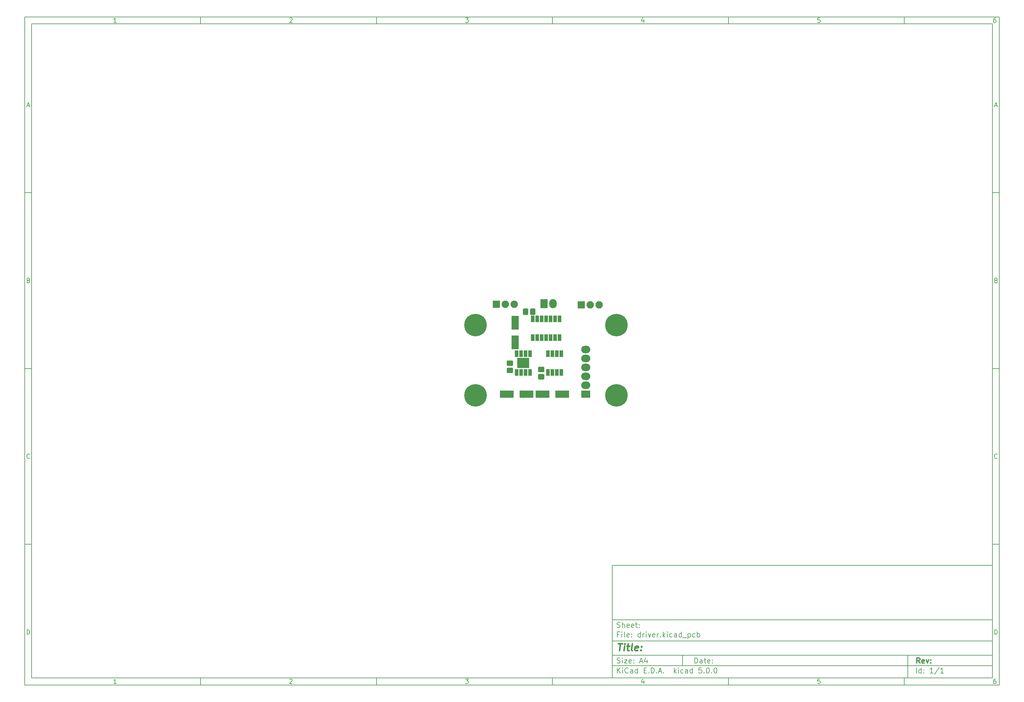
<source format=gts>
G04 #@! TF.GenerationSoftware,KiCad,Pcbnew,5.0.0*
G04 #@! TF.CreationDate,2018-10-21T13:37:26+10:00*
G04 #@! TF.ProjectId,driver,6472697665722E6B696361645F706362,rev?*
G04 #@! TF.SameCoordinates,Original*
G04 #@! TF.FileFunction,Soldermask,Top*
G04 #@! TF.FilePolarity,Negative*
%FSLAX46Y46*%
G04 Gerber Fmt 4.6, Leading zero omitted, Abs format (unit mm)*
G04 Created by KiCad (PCBNEW 5.0.0) date Sun Oct 21 13:37:26 2018*
%MOMM*%
%LPD*%
G01*
G04 APERTURE LIST*
%ADD10C,0.100000*%
%ADD11C,0.150000*%
%ADD12C,0.300000*%
%ADD13C,0.400000*%
%ADD14C,1.550000*%
%ADD15R,1.000000X1.900000*%
%ADD16O,2.100000X2.100000*%
%ADD17R,2.100000X2.100000*%
%ADD18C,1.200000*%
%ADD19C,6.400000*%
%ADD20R,1.000000X1.950000*%
%ADD21R,2.140000X2.600000*%
%ADD22O,2.140000X2.600000*%
%ADD23R,3.900000X2.000000*%
%ADD24R,2.000000X3.900000*%
%ADD25R,2.600000X2.140000*%
%ADD26O,2.600000X2.140000*%
%ADD27R,3.500000X3.000000*%
G04 APERTURE END LIST*
D10*
D11*
X177002200Y-166007200D02*
X177002200Y-198007200D01*
X285002200Y-198007200D01*
X285002200Y-166007200D01*
X177002200Y-166007200D01*
D10*
D11*
X10000000Y-10000000D02*
X10000000Y-200007200D01*
X287002200Y-200007200D01*
X287002200Y-10000000D01*
X10000000Y-10000000D01*
D10*
D11*
X12000000Y-12000000D02*
X12000000Y-198007200D01*
X285002200Y-198007200D01*
X285002200Y-12000000D01*
X12000000Y-12000000D01*
D10*
D11*
X60000000Y-12000000D02*
X60000000Y-10000000D01*
D10*
D11*
X110000000Y-12000000D02*
X110000000Y-10000000D01*
D10*
D11*
X160000000Y-12000000D02*
X160000000Y-10000000D01*
D10*
D11*
X210000000Y-12000000D02*
X210000000Y-10000000D01*
D10*
D11*
X260000000Y-12000000D02*
X260000000Y-10000000D01*
D10*
D11*
X36065476Y-11588095D02*
X35322619Y-11588095D01*
X35694047Y-11588095D02*
X35694047Y-10288095D01*
X35570238Y-10473809D01*
X35446428Y-10597619D01*
X35322619Y-10659523D01*
D10*
D11*
X85322619Y-10411904D02*
X85384523Y-10350000D01*
X85508333Y-10288095D01*
X85817857Y-10288095D01*
X85941666Y-10350000D01*
X86003571Y-10411904D01*
X86065476Y-10535714D01*
X86065476Y-10659523D01*
X86003571Y-10845238D01*
X85260714Y-11588095D01*
X86065476Y-11588095D01*
D10*
D11*
X135260714Y-10288095D02*
X136065476Y-10288095D01*
X135632142Y-10783333D01*
X135817857Y-10783333D01*
X135941666Y-10845238D01*
X136003571Y-10907142D01*
X136065476Y-11030952D01*
X136065476Y-11340476D01*
X136003571Y-11464285D01*
X135941666Y-11526190D01*
X135817857Y-11588095D01*
X135446428Y-11588095D01*
X135322619Y-11526190D01*
X135260714Y-11464285D01*
D10*
D11*
X185941666Y-10721428D02*
X185941666Y-11588095D01*
X185632142Y-10226190D02*
X185322619Y-11154761D01*
X186127380Y-11154761D01*
D10*
D11*
X236003571Y-10288095D02*
X235384523Y-10288095D01*
X235322619Y-10907142D01*
X235384523Y-10845238D01*
X235508333Y-10783333D01*
X235817857Y-10783333D01*
X235941666Y-10845238D01*
X236003571Y-10907142D01*
X236065476Y-11030952D01*
X236065476Y-11340476D01*
X236003571Y-11464285D01*
X235941666Y-11526190D01*
X235817857Y-11588095D01*
X235508333Y-11588095D01*
X235384523Y-11526190D01*
X235322619Y-11464285D01*
D10*
D11*
X285941666Y-10288095D02*
X285694047Y-10288095D01*
X285570238Y-10350000D01*
X285508333Y-10411904D01*
X285384523Y-10597619D01*
X285322619Y-10845238D01*
X285322619Y-11340476D01*
X285384523Y-11464285D01*
X285446428Y-11526190D01*
X285570238Y-11588095D01*
X285817857Y-11588095D01*
X285941666Y-11526190D01*
X286003571Y-11464285D01*
X286065476Y-11340476D01*
X286065476Y-11030952D01*
X286003571Y-10907142D01*
X285941666Y-10845238D01*
X285817857Y-10783333D01*
X285570238Y-10783333D01*
X285446428Y-10845238D01*
X285384523Y-10907142D01*
X285322619Y-11030952D01*
D10*
D11*
X60000000Y-198007200D02*
X60000000Y-200007200D01*
D10*
D11*
X110000000Y-198007200D02*
X110000000Y-200007200D01*
D10*
D11*
X160000000Y-198007200D02*
X160000000Y-200007200D01*
D10*
D11*
X210000000Y-198007200D02*
X210000000Y-200007200D01*
D10*
D11*
X260000000Y-198007200D02*
X260000000Y-200007200D01*
D10*
D11*
X36065476Y-199595295D02*
X35322619Y-199595295D01*
X35694047Y-199595295D02*
X35694047Y-198295295D01*
X35570238Y-198481009D01*
X35446428Y-198604819D01*
X35322619Y-198666723D01*
D10*
D11*
X85322619Y-198419104D02*
X85384523Y-198357200D01*
X85508333Y-198295295D01*
X85817857Y-198295295D01*
X85941666Y-198357200D01*
X86003571Y-198419104D01*
X86065476Y-198542914D01*
X86065476Y-198666723D01*
X86003571Y-198852438D01*
X85260714Y-199595295D01*
X86065476Y-199595295D01*
D10*
D11*
X135260714Y-198295295D02*
X136065476Y-198295295D01*
X135632142Y-198790533D01*
X135817857Y-198790533D01*
X135941666Y-198852438D01*
X136003571Y-198914342D01*
X136065476Y-199038152D01*
X136065476Y-199347676D01*
X136003571Y-199471485D01*
X135941666Y-199533390D01*
X135817857Y-199595295D01*
X135446428Y-199595295D01*
X135322619Y-199533390D01*
X135260714Y-199471485D01*
D10*
D11*
X185941666Y-198728628D02*
X185941666Y-199595295D01*
X185632142Y-198233390D02*
X185322619Y-199161961D01*
X186127380Y-199161961D01*
D10*
D11*
X236003571Y-198295295D02*
X235384523Y-198295295D01*
X235322619Y-198914342D01*
X235384523Y-198852438D01*
X235508333Y-198790533D01*
X235817857Y-198790533D01*
X235941666Y-198852438D01*
X236003571Y-198914342D01*
X236065476Y-199038152D01*
X236065476Y-199347676D01*
X236003571Y-199471485D01*
X235941666Y-199533390D01*
X235817857Y-199595295D01*
X235508333Y-199595295D01*
X235384523Y-199533390D01*
X235322619Y-199471485D01*
D10*
D11*
X285941666Y-198295295D02*
X285694047Y-198295295D01*
X285570238Y-198357200D01*
X285508333Y-198419104D01*
X285384523Y-198604819D01*
X285322619Y-198852438D01*
X285322619Y-199347676D01*
X285384523Y-199471485D01*
X285446428Y-199533390D01*
X285570238Y-199595295D01*
X285817857Y-199595295D01*
X285941666Y-199533390D01*
X286003571Y-199471485D01*
X286065476Y-199347676D01*
X286065476Y-199038152D01*
X286003571Y-198914342D01*
X285941666Y-198852438D01*
X285817857Y-198790533D01*
X285570238Y-198790533D01*
X285446428Y-198852438D01*
X285384523Y-198914342D01*
X285322619Y-199038152D01*
D10*
D11*
X10000000Y-60000000D02*
X12000000Y-60000000D01*
D10*
D11*
X10000000Y-110000000D02*
X12000000Y-110000000D01*
D10*
D11*
X10000000Y-160000000D02*
X12000000Y-160000000D01*
D10*
D11*
X10690476Y-35216666D02*
X11309523Y-35216666D01*
X10566666Y-35588095D02*
X11000000Y-34288095D01*
X11433333Y-35588095D01*
D10*
D11*
X11092857Y-84907142D02*
X11278571Y-84969047D01*
X11340476Y-85030952D01*
X11402380Y-85154761D01*
X11402380Y-85340476D01*
X11340476Y-85464285D01*
X11278571Y-85526190D01*
X11154761Y-85588095D01*
X10659523Y-85588095D01*
X10659523Y-84288095D01*
X11092857Y-84288095D01*
X11216666Y-84350000D01*
X11278571Y-84411904D01*
X11340476Y-84535714D01*
X11340476Y-84659523D01*
X11278571Y-84783333D01*
X11216666Y-84845238D01*
X11092857Y-84907142D01*
X10659523Y-84907142D01*
D10*
D11*
X11402380Y-135464285D02*
X11340476Y-135526190D01*
X11154761Y-135588095D01*
X11030952Y-135588095D01*
X10845238Y-135526190D01*
X10721428Y-135402380D01*
X10659523Y-135278571D01*
X10597619Y-135030952D01*
X10597619Y-134845238D01*
X10659523Y-134597619D01*
X10721428Y-134473809D01*
X10845238Y-134350000D01*
X11030952Y-134288095D01*
X11154761Y-134288095D01*
X11340476Y-134350000D01*
X11402380Y-134411904D01*
D10*
D11*
X10659523Y-185588095D02*
X10659523Y-184288095D01*
X10969047Y-184288095D01*
X11154761Y-184350000D01*
X11278571Y-184473809D01*
X11340476Y-184597619D01*
X11402380Y-184845238D01*
X11402380Y-185030952D01*
X11340476Y-185278571D01*
X11278571Y-185402380D01*
X11154761Y-185526190D01*
X10969047Y-185588095D01*
X10659523Y-185588095D01*
D10*
D11*
X287002200Y-60000000D02*
X285002200Y-60000000D01*
D10*
D11*
X287002200Y-110000000D02*
X285002200Y-110000000D01*
D10*
D11*
X287002200Y-160000000D02*
X285002200Y-160000000D01*
D10*
D11*
X285692676Y-35216666D02*
X286311723Y-35216666D01*
X285568866Y-35588095D02*
X286002200Y-34288095D01*
X286435533Y-35588095D01*
D10*
D11*
X286095057Y-84907142D02*
X286280771Y-84969047D01*
X286342676Y-85030952D01*
X286404580Y-85154761D01*
X286404580Y-85340476D01*
X286342676Y-85464285D01*
X286280771Y-85526190D01*
X286156961Y-85588095D01*
X285661723Y-85588095D01*
X285661723Y-84288095D01*
X286095057Y-84288095D01*
X286218866Y-84350000D01*
X286280771Y-84411904D01*
X286342676Y-84535714D01*
X286342676Y-84659523D01*
X286280771Y-84783333D01*
X286218866Y-84845238D01*
X286095057Y-84907142D01*
X285661723Y-84907142D01*
D10*
D11*
X286404580Y-135464285D02*
X286342676Y-135526190D01*
X286156961Y-135588095D01*
X286033152Y-135588095D01*
X285847438Y-135526190D01*
X285723628Y-135402380D01*
X285661723Y-135278571D01*
X285599819Y-135030952D01*
X285599819Y-134845238D01*
X285661723Y-134597619D01*
X285723628Y-134473809D01*
X285847438Y-134350000D01*
X286033152Y-134288095D01*
X286156961Y-134288095D01*
X286342676Y-134350000D01*
X286404580Y-134411904D01*
D10*
D11*
X285661723Y-185588095D02*
X285661723Y-184288095D01*
X285971247Y-184288095D01*
X286156961Y-184350000D01*
X286280771Y-184473809D01*
X286342676Y-184597619D01*
X286404580Y-184845238D01*
X286404580Y-185030952D01*
X286342676Y-185278571D01*
X286280771Y-185402380D01*
X286156961Y-185526190D01*
X285971247Y-185588095D01*
X285661723Y-185588095D01*
D10*
D11*
X200434342Y-193785771D02*
X200434342Y-192285771D01*
X200791485Y-192285771D01*
X201005771Y-192357200D01*
X201148628Y-192500057D01*
X201220057Y-192642914D01*
X201291485Y-192928628D01*
X201291485Y-193142914D01*
X201220057Y-193428628D01*
X201148628Y-193571485D01*
X201005771Y-193714342D01*
X200791485Y-193785771D01*
X200434342Y-193785771D01*
X202577200Y-193785771D02*
X202577200Y-193000057D01*
X202505771Y-192857200D01*
X202362914Y-192785771D01*
X202077200Y-192785771D01*
X201934342Y-192857200D01*
X202577200Y-193714342D02*
X202434342Y-193785771D01*
X202077200Y-193785771D01*
X201934342Y-193714342D01*
X201862914Y-193571485D01*
X201862914Y-193428628D01*
X201934342Y-193285771D01*
X202077200Y-193214342D01*
X202434342Y-193214342D01*
X202577200Y-193142914D01*
X203077200Y-192785771D02*
X203648628Y-192785771D01*
X203291485Y-192285771D02*
X203291485Y-193571485D01*
X203362914Y-193714342D01*
X203505771Y-193785771D01*
X203648628Y-193785771D01*
X204720057Y-193714342D02*
X204577200Y-193785771D01*
X204291485Y-193785771D01*
X204148628Y-193714342D01*
X204077200Y-193571485D01*
X204077200Y-193000057D01*
X204148628Y-192857200D01*
X204291485Y-192785771D01*
X204577200Y-192785771D01*
X204720057Y-192857200D01*
X204791485Y-193000057D01*
X204791485Y-193142914D01*
X204077200Y-193285771D01*
X205434342Y-193642914D02*
X205505771Y-193714342D01*
X205434342Y-193785771D01*
X205362914Y-193714342D01*
X205434342Y-193642914D01*
X205434342Y-193785771D01*
X205434342Y-192857200D02*
X205505771Y-192928628D01*
X205434342Y-193000057D01*
X205362914Y-192928628D01*
X205434342Y-192857200D01*
X205434342Y-193000057D01*
D10*
D11*
X177002200Y-194507200D02*
X285002200Y-194507200D01*
D10*
D11*
X178434342Y-196585771D02*
X178434342Y-195085771D01*
X179291485Y-196585771D02*
X178648628Y-195728628D01*
X179291485Y-195085771D02*
X178434342Y-195942914D01*
X179934342Y-196585771D02*
X179934342Y-195585771D01*
X179934342Y-195085771D02*
X179862914Y-195157200D01*
X179934342Y-195228628D01*
X180005771Y-195157200D01*
X179934342Y-195085771D01*
X179934342Y-195228628D01*
X181505771Y-196442914D02*
X181434342Y-196514342D01*
X181220057Y-196585771D01*
X181077200Y-196585771D01*
X180862914Y-196514342D01*
X180720057Y-196371485D01*
X180648628Y-196228628D01*
X180577200Y-195942914D01*
X180577200Y-195728628D01*
X180648628Y-195442914D01*
X180720057Y-195300057D01*
X180862914Y-195157200D01*
X181077200Y-195085771D01*
X181220057Y-195085771D01*
X181434342Y-195157200D01*
X181505771Y-195228628D01*
X182791485Y-196585771D02*
X182791485Y-195800057D01*
X182720057Y-195657200D01*
X182577200Y-195585771D01*
X182291485Y-195585771D01*
X182148628Y-195657200D01*
X182791485Y-196514342D02*
X182648628Y-196585771D01*
X182291485Y-196585771D01*
X182148628Y-196514342D01*
X182077200Y-196371485D01*
X182077200Y-196228628D01*
X182148628Y-196085771D01*
X182291485Y-196014342D01*
X182648628Y-196014342D01*
X182791485Y-195942914D01*
X184148628Y-196585771D02*
X184148628Y-195085771D01*
X184148628Y-196514342D02*
X184005771Y-196585771D01*
X183720057Y-196585771D01*
X183577200Y-196514342D01*
X183505771Y-196442914D01*
X183434342Y-196300057D01*
X183434342Y-195871485D01*
X183505771Y-195728628D01*
X183577200Y-195657200D01*
X183720057Y-195585771D01*
X184005771Y-195585771D01*
X184148628Y-195657200D01*
X186005771Y-195800057D02*
X186505771Y-195800057D01*
X186720057Y-196585771D02*
X186005771Y-196585771D01*
X186005771Y-195085771D01*
X186720057Y-195085771D01*
X187362914Y-196442914D02*
X187434342Y-196514342D01*
X187362914Y-196585771D01*
X187291485Y-196514342D01*
X187362914Y-196442914D01*
X187362914Y-196585771D01*
X188077200Y-196585771D02*
X188077200Y-195085771D01*
X188434342Y-195085771D01*
X188648628Y-195157200D01*
X188791485Y-195300057D01*
X188862914Y-195442914D01*
X188934342Y-195728628D01*
X188934342Y-195942914D01*
X188862914Y-196228628D01*
X188791485Y-196371485D01*
X188648628Y-196514342D01*
X188434342Y-196585771D01*
X188077200Y-196585771D01*
X189577200Y-196442914D02*
X189648628Y-196514342D01*
X189577200Y-196585771D01*
X189505771Y-196514342D01*
X189577200Y-196442914D01*
X189577200Y-196585771D01*
X190220057Y-196157200D02*
X190934342Y-196157200D01*
X190077200Y-196585771D02*
X190577200Y-195085771D01*
X191077200Y-196585771D01*
X191577200Y-196442914D02*
X191648628Y-196514342D01*
X191577200Y-196585771D01*
X191505771Y-196514342D01*
X191577200Y-196442914D01*
X191577200Y-196585771D01*
X194577200Y-196585771D02*
X194577200Y-195085771D01*
X194720057Y-196014342D02*
X195148628Y-196585771D01*
X195148628Y-195585771D02*
X194577200Y-196157200D01*
X195791485Y-196585771D02*
X195791485Y-195585771D01*
X195791485Y-195085771D02*
X195720057Y-195157200D01*
X195791485Y-195228628D01*
X195862914Y-195157200D01*
X195791485Y-195085771D01*
X195791485Y-195228628D01*
X197148628Y-196514342D02*
X197005771Y-196585771D01*
X196720057Y-196585771D01*
X196577200Y-196514342D01*
X196505771Y-196442914D01*
X196434342Y-196300057D01*
X196434342Y-195871485D01*
X196505771Y-195728628D01*
X196577200Y-195657200D01*
X196720057Y-195585771D01*
X197005771Y-195585771D01*
X197148628Y-195657200D01*
X198434342Y-196585771D02*
X198434342Y-195800057D01*
X198362914Y-195657200D01*
X198220057Y-195585771D01*
X197934342Y-195585771D01*
X197791485Y-195657200D01*
X198434342Y-196514342D02*
X198291485Y-196585771D01*
X197934342Y-196585771D01*
X197791485Y-196514342D01*
X197720057Y-196371485D01*
X197720057Y-196228628D01*
X197791485Y-196085771D01*
X197934342Y-196014342D01*
X198291485Y-196014342D01*
X198434342Y-195942914D01*
X199791485Y-196585771D02*
X199791485Y-195085771D01*
X199791485Y-196514342D02*
X199648628Y-196585771D01*
X199362914Y-196585771D01*
X199220057Y-196514342D01*
X199148628Y-196442914D01*
X199077200Y-196300057D01*
X199077200Y-195871485D01*
X199148628Y-195728628D01*
X199220057Y-195657200D01*
X199362914Y-195585771D01*
X199648628Y-195585771D01*
X199791485Y-195657200D01*
X202362914Y-195085771D02*
X201648628Y-195085771D01*
X201577200Y-195800057D01*
X201648628Y-195728628D01*
X201791485Y-195657200D01*
X202148628Y-195657200D01*
X202291485Y-195728628D01*
X202362914Y-195800057D01*
X202434342Y-195942914D01*
X202434342Y-196300057D01*
X202362914Y-196442914D01*
X202291485Y-196514342D01*
X202148628Y-196585771D01*
X201791485Y-196585771D01*
X201648628Y-196514342D01*
X201577200Y-196442914D01*
X203077200Y-196442914D02*
X203148628Y-196514342D01*
X203077200Y-196585771D01*
X203005771Y-196514342D01*
X203077200Y-196442914D01*
X203077200Y-196585771D01*
X204077200Y-195085771D02*
X204220057Y-195085771D01*
X204362914Y-195157200D01*
X204434342Y-195228628D01*
X204505771Y-195371485D01*
X204577200Y-195657200D01*
X204577200Y-196014342D01*
X204505771Y-196300057D01*
X204434342Y-196442914D01*
X204362914Y-196514342D01*
X204220057Y-196585771D01*
X204077200Y-196585771D01*
X203934342Y-196514342D01*
X203862914Y-196442914D01*
X203791485Y-196300057D01*
X203720057Y-196014342D01*
X203720057Y-195657200D01*
X203791485Y-195371485D01*
X203862914Y-195228628D01*
X203934342Y-195157200D01*
X204077200Y-195085771D01*
X205220057Y-196442914D02*
X205291485Y-196514342D01*
X205220057Y-196585771D01*
X205148628Y-196514342D01*
X205220057Y-196442914D01*
X205220057Y-196585771D01*
X206220057Y-195085771D02*
X206362914Y-195085771D01*
X206505771Y-195157200D01*
X206577200Y-195228628D01*
X206648628Y-195371485D01*
X206720057Y-195657200D01*
X206720057Y-196014342D01*
X206648628Y-196300057D01*
X206577200Y-196442914D01*
X206505771Y-196514342D01*
X206362914Y-196585771D01*
X206220057Y-196585771D01*
X206077200Y-196514342D01*
X206005771Y-196442914D01*
X205934342Y-196300057D01*
X205862914Y-196014342D01*
X205862914Y-195657200D01*
X205934342Y-195371485D01*
X206005771Y-195228628D01*
X206077200Y-195157200D01*
X206220057Y-195085771D01*
D10*
D11*
X177002200Y-191507200D02*
X285002200Y-191507200D01*
D10*
D12*
X264411485Y-193785771D02*
X263911485Y-193071485D01*
X263554342Y-193785771D02*
X263554342Y-192285771D01*
X264125771Y-192285771D01*
X264268628Y-192357200D01*
X264340057Y-192428628D01*
X264411485Y-192571485D01*
X264411485Y-192785771D01*
X264340057Y-192928628D01*
X264268628Y-193000057D01*
X264125771Y-193071485D01*
X263554342Y-193071485D01*
X265625771Y-193714342D02*
X265482914Y-193785771D01*
X265197200Y-193785771D01*
X265054342Y-193714342D01*
X264982914Y-193571485D01*
X264982914Y-193000057D01*
X265054342Y-192857200D01*
X265197200Y-192785771D01*
X265482914Y-192785771D01*
X265625771Y-192857200D01*
X265697200Y-193000057D01*
X265697200Y-193142914D01*
X264982914Y-193285771D01*
X266197200Y-192785771D02*
X266554342Y-193785771D01*
X266911485Y-192785771D01*
X267482914Y-193642914D02*
X267554342Y-193714342D01*
X267482914Y-193785771D01*
X267411485Y-193714342D01*
X267482914Y-193642914D01*
X267482914Y-193785771D01*
X267482914Y-192857200D02*
X267554342Y-192928628D01*
X267482914Y-193000057D01*
X267411485Y-192928628D01*
X267482914Y-192857200D01*
X267482914Y-193000057D01*
D10*
D11*
X178362914Y-193714342D02*
X178577200Y-193785771D01*
X178934342Y-193785771D01*
X179077200Y-193714342D01*
X179148628Y-193642914D01*
X179220057Y-193500057D01*
X179220057Y-193357200D01*
X179148628Y-193214342D01*
X179077200Y-193142914D01*
X178934342Y-193071485D01*
X178648628Y-193000057D01*
X178505771Y-192928628D01*
X178434342Y-192857200D01*
X178362914Y-192714342D01*
X178362914Y-192571485D01*
X178434342Y-192428628D01*
X178505771Y-192357200D01*
X178648628Y-192285771D01*
X179005771Y-192285771D01*
X179220057Y-192357200D01*
X179862914Y-193785771D02*
X179862914Y-192785771D01*
X179862914Y-192285771D02*
X179791485Y-192357200D01*
X179862914Y-192428628D01*
X179934342Y-192357200D01*
X179862914Y-192285771D01*
X179862914Y-192428628D01*
X180434342Y-192785771D02*
X181220057Y-192785771D01*
X180434342Y-193785771D01*
X181220057Y-193785771D01*
X182362914Y-193714342D02*
X182220057Y-193785771D01*
X181934342Y-193785771D01*
X181791485Y-193714342D01*
X181720057Y-193571485D01*
X181720057Y-193000057D01*
X181791485Y-192857200D01*
X181934342Y-192785771D01*
X182220057Y-192785771D01*
X182362914Y-192857200D01*
X182434342Y-193000057D01*
X182434342Y-193142914D01*
X181720057Y-193285771D01*
X183077200Y-193642914D02*
X183148628Y-193714342D01*
X183077200Y-193785771D01*
X183005771Y-193714342D01*
X183077200Y-193642914D01*
X183077200Y-193785771D01*
X183077200Y-192857200D02*
X183148628Y-192928628D01*
X183077200Y-193000057D01*
X183005771Y-192928628D01*
X183077200Y-192857200D01*
X183077200Y-193000057D01*
X184862914Y-193357200D02*
X185577200Y-193357200D01*
X184720057Y-193785771D02*
X185220057Y-192285771D01*
X185720057Y-193785771D01*
X186862914Y-192785771D02*
X186862914Y-193785771D01*
X186505771Y-192214342D02*
X186148628Y-193285771D01*
X187077200Y-193285771D01*
D10*
D11*
X263434342Y-196585771D02*
X263434342Y-195085771D01*
X264791485Y-196585771D02*
X264791485Y-195085771D01*
X264791485Y-196514342D02*
X264648628Y-196585771D01*
X264362914Y-196585771D01*
X264220057Y-196514342D01*
X264148628Y-196442914D01*
X264077200Y-196300057D01*
X264077200Y-195871485D01*
X264148628Y-195728628D01*
X264220057Y-195657200D01*
X264362914Y-195585771D01*
X264648628Y-195585771D01*
X264791485Y-195657200D01*
X265505771Y-196442914D02*
X265577200Y-196514342D01*
X265505771Y-196585771D01*
X265434342Y-196514342D01*
X265505771Y-196442914D01*
X265505771Y-196585771D01*
X265505771Y-195657200D02*
X265577200Y-195728628D01*
X265505771Y-195800057D01*
X265434342Y-195728628D01*
X265505771Y-195657200D01*
X265505771Y-195800057D01*
X268148628Y-196585771D02*
X267291485Y-196585771D01*
X267720057Y-196585771D02*
X267720057Y-195085771D01*
X267577200Y-195300057D01*
X267434342Y-195442914D01*
X267291485Y-195514342D01*
X269862914Y-195014342D02*
X268577200Y-196942914D01*
X271148628Y-196585771D02*
X270291485Y-196585771D01*
X270720057Y-196585771D02*
X270720057Y-195085771D01*
X270577200Y-195300057D01*
X270434342Y-195442914D01*
X270291485Y-195514342D01*
D10*
D11*
X177002200Y-187507200D02*
X285002200Y-187507200D01*
D10*
D13*
X178714580Y-188211961D02*
X179857438Y-188211961D01*
X179036009Y-190211961D02*
X179286009Y-188211961D01*
X180274104Y-190211961D02*
X180440771Y-188878628D01*
X180524104Y-188211961D02*
X180416961Y-188307200D01*
X180500295Y-188402438D01*
X180607438Y-188307200D01*
X180524104Y-188211961D01*
X180500295Y-188402438D01*
X181107438Y-188878628D02*
X181869342Y-188878628D01*
X181476485Y-188211961D02*
X181262200Y-189926247D01*
X181333628Y-190116723D01*
X181512200Y-190211961D01*
X181702676Y-190211961D01*
X182655057Y-190211961D02*
X182476485Y-190116723D01*
X182405057Y-189926247D01*
X182619342Y-188211961D01*
X184190771Y-190116723D02*
X183988390Y-190211961D01*
X183607438Y-190211961D01*
X183428866Y-190116723D01*
X183357438Y-189926247D01*
X183452676Y-189164342D01*
X183571723Y-188973866D01*
X183774104Y-188878628D01*
X184155057Y-188878628D01*
X184333628Y-188973866D01*
X184405057Y-189164342D01*
X184381247Y-189354819D01*
X183405057Y-189545295D01*
X185155057Y-190021485D02*
X185238390Y-190116723D01*
X185131247Y-190211961D01*
X185047914Y-190116723D01*
X185155057Y-190021485D01*
X185131247Y-190211961D01*
X185286009Y-188973866D02*
X185369342Y-189069104D01*
X185262200Y-189164342D01*
X185178866Y-189069104D01*
X185286009Y-188973866D01*
X185262200Y-189164342D01*
D10*
D11*
X178934342Y-185600057D02*
X178434342Y-185600057D01*
X178434342Y-186385771D02*
X178434342Y-184885771D01*
X179148628Y-184885771D01*
X179720057Y-186385771D02*
X179720057Y-185385771D01*
X179720057Y-184885771D02*
X179648628Y-184957200D01*
X179720057Y-185028628D01*
X179791485Y-184957200D01*
X179720057Y-184885771D01*
X179720057Y-185028628D01*
X180648628Y-186385771D02*
X180505771Y-186314342D01*
X180434342Y-186171485D01*
X180434342Y-184885771D01*
X181791485Y-186314342D02*
X181648628Y-186385771D01*
X181362914Y-186385771D01*
X181220057Y-186314342D01*
X181148628Y-186171485D01*
X181148628Y-185600057D01*
X181220057Y-185457200D01*
X181362914Y-185385771D01*
X181648628Y-185385771D01*
X181791485Y-185457200D01*
X181862914Y-185600057D01*
X181862914Y-185742914D01*
X181148628Y-185885771D01*
X182505771Y-186242914D02*
X182577200Y-186314342D01*
X182505771Y-186385771D01*
X182434342Y-186314342D01*
X182505771Y-186242914D01*
X182505771Y-186385771D01*
X182505771Y-185457200D02*
X182577200Y-185528628D01*
X182505771Y-185600057D01*
X182434342Y-185528628D01*
X182505771Y-185457200D01*
X182505771Y-185600057D01*
X185005771Y-186385771D02*
X185005771Y-184885771D01*
X185005771Y-186314342D02*
X184862914Y-186385771D01*
X184577200Y-186385771D01*
X184434342Y-186314342D01*
X184362914Y-186242914D01*
X184291485Y-186100057D01*
X184291485Y-185671485D01*
X184362914Y-185528628D01*
X184434342Y-185457200D01*
X184577200Y-185385771D01*
X184862914Y-185385771D01*
X185005771Y-185457200D01*
X185720057Y-186385771D02*
X185720057Y-185385771D01*
X185720057Y-185671485D02*
X185791485Y-185528628D01*
X185862914Y-185457200D01*
X186005771Y-185385771D01*
X186148628Y-185385771D01*
X186648628Y-186385771D02*
X186648628Y-185385771D01*
X186648628Y-184885771D02*
X186577200Y-184957200D01*
X186648628Y-185028628D01*
X186720057Y-184957200D01*
X186648628Y-184885771D01*
X186648628Y-185028628D01*
X187220057Y-185385771D02*
X187577200Y-186385771D01*
X187934342Y-185385771D01*
X189077200Y-186314342D02*
X188934342Y-186385771D01*
X188648628Y-186385771D01*
X188505771Y-186314342D01*
X188434342Y-186171485D01*
X188434342Y-185600057D01*
X188505771Y-185457200D01*
X188648628Y-185385771D01*
X188934342Y-185385771D01*
X189077200Y-185457200D01*
X189148628Y-185600057D01*
X189148628Y-185742914D01*
X188434342Y-185885771D01*
X189791485Y-186385771D02*
X189791485Y-185385771D01*
X189791485Y-185671485D02*
X189862914Y-185528628D01*
X189934342Y-185457200D01*
X190077200Y-185385771D01*
X190220057Y-185385771D01*
X190720057Y-186242914D02*
X190791485Y-186314342D01*
X190720057Y-186385771D01*
X190648628Y-186314342D01*
X190720057Y-186242914D01*
X190720057Y-186385771D01*
X191434342Y-186385771D02*
X191434342Y-184885771D01*
X191577200Y-185814342D02*
X192005771Y-186385771D01*
X192005771Y-185385771D02*
X191434342Y-185957200D01*
X192648628Y-186385771D02*
X192648628Y-185385771D01*
X192648628Y-184885771D02*
X192577200Y-184957200D01*
X192648628Y-185028628D01*
X192720057Y-184957200D01*
X192648628Y-184885771D01*
X192648628Y-185028628D01*
X194005771Y-186314342D02*
X193862914Y-186385771D01*
X193577200Y-186385771D01*
X193434342Y-186314342D01*
X193362914Y-186242914D01*
X193291485Y-186100057D01*
X193291485Y-185671485D01*
X193362914Y-185528628D01*
X193434342Y-185457200D01*
X193577200Y-185385771D01*
X193862914Y-185385771D01*
X194005771Y-185457200D01*
X195291485Y-186385771D02*
X195291485Y-185600057D01*
X195220057Y-185457200D01*
X195077200Y-185385771D01*
X194791485Y-185385771D01*
X194648628Y-185457200D01*
X195291485Y-186314342D02*
X195148628Y-186385771D01*
X194791485Y-186385771D01*
X194648628Y-186314342D01*
X194577200Y-186171485D01*
X194577200Y-186028628D01*
X194648628Y-185885771D01*
X194791485Y-185814342D01*
X195148628Y-185814342D01*
X195291485Y-185742914D01*
X196648628Y-186385771D02*
X196648628Y-184885771D01*
X196648628Y-186314342D02*
X196505771Y-186385771D01*
X196220057Y-186385771D01*
X196077200Y-186314342D01*
X196005771Y-186242914D01*
X195934342Y-186100057D01*
X195934342Y-185671485D01*
X196005771Y-185528628D01*
X196077200Y-185457200D01*
X196220057Y-185385771D01*
X196505771Y-185385771D01*
X196648628Y-185457200D01*
X197005771Y-186528628D02*
X198148628Y-186528628D01*
X198505771Y-185385771D02*
X198505771Y-186885771D01*
X198505771Y-185457200D02*
X198648628Y-185385771D01*
X198934342Y-185385771D01*
X199077200Y-185457200D01*
X199148628Y-185528628D01*
X199220057Y-185671485D01*
X199220057Y-186100057D01*
X199148628Y-186242914D01*
X199077200Y-186314342D01*
X198934342Y-186385771D01*
X198648628Y-186385771D01*
X198505771Y-186314342D01*
X200505771Y-186314342D02*
X200362914Y-186385771D01*
X200077200Y-186385771D01*
X199934342Y-186314342D01*
X199862914Y-186242914D01*
X199791485Y-186100057D01*
X199791485Y-185671485D01*
X199862914Y-185528628D01*
X199934342Y-185457200D01*
X200077200Y-185385771D01*
X200362914Y-185385771D01*
X200505771Y-185457200D01*
X201148628Y-186385771D02*
X201148628Y-184885771D01*
X201148628Y-185457200D02*
X201291485Y-185385771D01*
X201577200Y-185385771D01*
X201720057Y-185457200D01*
X201791485Y-185528628D01*
X201862914Y-185671485D01*
X201862914Y-186100057D01*
X201791485Y-186242914D01*
X201720057Y-186314342D01*
X201577200Y-186385771D01*
X201291485Y-186385771D01*
X201148628Y-186314342D01*
D10*
D11*
X177002200Y-181507200D02*
X285002200Y-181507200D01*
D10*
D11*
X178362914Y-183614342D02*
X178577200Y-183685771D01*
X178934342Y-183685771D01*
X179077200Y-183614342D01*
X179148628Y-183542914D01*
X179220057Y-183400057D01*
X179220057Y-183257200D01*
X179148628Y-183114342D01*
X179077200Y-183042914D01*
X178934342Y-182971485D01*
X178648628Y-182900057D01*
X178505771Y-182828628D01*
X178434342Y-182757200D01*
X178362914Y-182614342D01*
X178362914Y-182471485D01*
X178434342Y-182328628D01*
X178505771Y-182257200D01*
X178648628Y-182185771D01*
X179005771Y-182185771D01*
X179220057Y-182257200D01*
X179862914Y-183685771D02*
X179862914Y-182185771D01*
X180505771Y-183685771D02*
X180505771Y-182900057D01*
X180434342Y-182757200D01*
X180291485Y-182685771D01*
X180077200Y-182685771D01*
X179934342Y-182757200D01*
X179862914Y-182828628D01*
X181791485Y-183614342D02*
X181648628Y-183685771D01*
X181362914Y-183685771D01*
X181220057Y-183614342D01*
X181148628Y-183471485D01*
X181148628Y-182900057D01*
X181220057Y-182757200D01*
X181362914Y-182685771D01*
X181648628Y-182685771D01*
X181791485Y-182757200D01*
X181862914Y-182900057D01*
X181862914Y-183042914D01*
X181148628Y-183185771D01*
X183077200Y-183614342D02*
X182934342Y-183685771D01*
X182648628Y-183685771D01*
X182505771Y-183614342D01*
X182434342Y-183471485D01*
X182434342Y-182900057D01*
X182505771Y-182757200D01*
X182648628Y-182685771D01*
X182934342Y-182685771D01*
X183077200Y-182757200D01*
X183148628Y-182900057D01*
X183148628Y-183042914D01*
X182434342Y-183185771D01*
X183577200Y-182685771D02*
X184148628Y-182685771D01*
X183791485Y-182185771D02*
X183791485Y-183471485D01*
X183862914Y-183614342D01*
X184005771Y-183685771D01*
X184148628Y-183685771D01*
X184648628Y-183542914D02*
X184720057Y-183614342D01*
X184648628Y-183685771D01*
X184577200Y-183614342D01*
X184648628Y-183542914D01*
X184648628Y-183685771D01*
X184648628Y-182757200D02*
X184720057Y-182828628D01*
X184648628Y-182900057D01*
X184577200Y-182828628D01*
X184648628Y-182757200D01*
X184648628Y-182900057D01*
D10*
D11*
X197002200Y-191507200D02*
X197002200Y-194507200D01*
D10*
D11*
X261002200Y-191507200D02*
X261002200Y-198007200D01*
D10*
G04 #@! TO.C,C10*
G36*
X154871071Y-92941623D02*
X154903781Y-92946475D01*
X154935857Y-92954509D01*
X154966991Y-92965649D01*
X154996884Y-92979787D01*
X155025247Y-92996787D01*
X155051807Y-93016485D01*
X155076308Y-93038692D01*
X155098515Y-93063193D01*
X155118213Y-93089753D01*
X155135213Y-93118116D01*
X155149351Y-93148009D01*
X155160491Y-93179143D01*
X155168525Y-93211219D01*
X155173377Y-93243929D01*
X155175000Y-93276956D01*
X155175000Y-94403044D01*
X155173377Y-94436071D01*
X155168525Y-94468781D01*
X155160491Y-94500857D01*
X155149351Y-94531991D01*
X155135213Y-94561884D01*
X155118213Y-94590247D01*
X155098515Y-94616807D01*
X155076308Y-94641308D01*
X155051807Y-94663515D01*
X155025247Y-94683213D01*
X154996884Y-94700213D01*
X154966991Y-94714351D01*
X154935857Y-94725491D01*
X154903781Y-94733525D01*
X154871071Y-94738377D01*
X154838044Y-94740000D01*
X153961956Y-94740000D01*
X153928929Y-94738377D01*
X153896219Y-94733525D01*
X153864143Y-94725491D01*
X153833009Y-94714351D01*
X153803116Y-94700213D01*
X153774753Y-94683213D01*
X153748193Y-94663515D01*
X153723692Y-94641308D01*
X153701485Y-94616807D01*
X153681787Y-94590247D01*
X153664787Y-94561884D01*
X153650649Y-94531991D01*
X153639509Y-94500857D01*
X153631475Y-94468781D01*
X153626623Y-94436071D01*
X153625000Y-94403044D01*
X153625000Y-93276956D01*
X153626623Y-93243929D01*
X153631475Y-93211219D01*
X153639509Y-93179143D01*
X153650649Y-93148009D01*
X153664787Y-93118116D01*
X153681787Y-93089753D01*
X153701485Y-93063193D01*
X153723692Y-93038692D01*
X153748193Y-93016485D01*
X153774753Y-92996787D01*
X153803116Y-92979787D01*
X153833009Y-92965649D01*
X153864143Y-92954509D01*
X153896219Y-92946475D01*
X153928929Y-92941623D01*
X153961956Y-92940000D01*
X154838044Y-92940000D01*
X154871071Y-92941623D01*
X154871071Y-92941623D01*
G37*
D14*
X154400000Y-93840000D03*
D10*
G36*
X152821071Y-92941623D02*
X152853781Y-92946475D01*
X152885857Y-92954509D01*
X152916991Y-92965649D01*
X152946884Y-92979787D01*
X152975247Y-92996787D01*
X153001807Y-93016485D01*
X153026308Y-93038692D01*
X153048515Y-93063193D01*
X153068213Y-93089753D01*
X153085213Y-93118116D01*
X153099351Y-93148009D01*
X153110491Y-93179143D01*
X153118525Y-93211219D01*
X153123377Y-93243929D01*
X153125000Y-93276956D01*
X153125000Y-94403044D01*
X153123377Y-94436071D01*
X153118525Y-94468781D01*
X153110491Y-94500857D01*
X153099351Y-94531991D01*
X153085213Y-94561884D01*
X153068213Y-94590247D01*
X153048515Y-94616807D01*
X153026308Y-94641308D01*
X153001807Y-94663515D01*
X152975247Y-94683213D01*
X152946884Y-94700213D01*
X152916991Y-94714351D01*
X152885857Y-94725491D01*
X152853781Y-94733525D01*
X152821071Y-94738377D01*
X152788044Y-94740000D01*
X151911956Y-94740000D01*
X151878929Y-94738377D01*
X151846219Y-94733525D01*
X151814143Y-94725491D01*
X151783009Y-94714351D01*
X151753116Y-94700213D01*
X151724753Y-94683213D01*
X151698193Y-94663515D01*
X151673692Y-94641308D01*
X151651485Y-94616807D01*
X151631787Y-94590247D01*
X151614787Y-94561884D01*
X151600649Y-94531991D01*
X151589509Y-94500857D01*
X151581475Y-94468781D01*
X151576623Y-94436071D01*
X151575000Y-94403044D01*
X151575000Y-93276956D01*
X151576623Y-93243929D01*
X151581475Y-93211219D01*
X151589509Y-93179143D01*
X151600649Y-93148009D01*
X151614787Y-93118116D01*
X151631787Y-93089753D01*
X151651485Y-93063193D01*
X151673692Y-93038692D01*
X151698193Y-93016485D01*
X151724753Y-92996787D01*
X151753116Y-92979787D01*
X151783009Y-92965649D01*
X151814143Y-92954509D01*
X151846219Y-92946475D01*
X151878929Y-92941623D01*
X151911956Y-92940000D01*
X152788044Y-92940000D01*
X152821071Y-92941623D01*
X152821071Y-92941623D01*
G37*
D14*
X152350000Y-93840000D03*
G04 #@! TD*
D15*
G04 #@! TO.C,U3*
X154400000Y-101230000D03*
X155670000Y-101230000D03*
X156940000Y-101230000D03*
X158210000Y-101230000D03*
X159480000Y-101230000D03*
X160750000Y-101230000D03*
X162020000Y-101230000D03*
X162020000Y-95830000D03*
X160750000Y-95830000D03*
X159480000Y-95830000D03*
X158210000Y-95830000D03*
X156940000Y-95830000D03*
X155670000Y-95830000D03*
X154400000Y-95830000D03*
G04 #@! TD*
D16*
G04 #@! TO.C,J3*
X149160072Y-91715293D03*
X146620072Y-91715293D03*
D17*
X144080072Y-91715293D03*
G04 #@! TD*
G04 #@! TO.C,J4*
X168210072Y-91865293D03*
D16*
X170750072Y-91865293D03*
X173290072Y-91865293D03*
G04 #@! TD*
D18*
G04 #@! TO.C,MH2*
X176539082Y-116069303D03*
X175880072Y-117660293D03*
X176539082Y-119251283D03*
X178130072Y-119910293D03*
X179721062Y-119251283D03*
X180380072Y-117660293D03*
X179721062Y-116069303D03*
X178130072Y-115410293D03*
D19*
X178130072Y-117660293D03*
G04 #@! TD*
G04 #@! TO.C,MH4*
X138130072Y-117660293D03*
D18*
X138130072Y-115410293D03*
X139721062Y-116069303D03*
X140380072Y-117660293D03*
X139721062Y-119251283D03*
X138130072Y-119910293D03*
X136539082Y-119251283D03*
X135880072Y-117660293D03*
X136539082Y-116069303D03*
G04 #@! TD*
G04 #@! TO.C,MH1*
X176539082Y-96069303D03*
X175880072Y-97660293D03*
X176539082Y-99251283D03*
X178130072Y-99910293D03*
X179721062Y-99251283D03*
X180380072Y-97660293D03*
X179721062Y-96069303D03*
X178130072Y-95410293D03*
D19*
X178130072Y-97660293D03*
G04 #@! TD*
G04 #@! TO.C,MH3*
X138130072Y-97660293D03*
D18*
X138130072Y-95410293D03*
X139721062Y-96069303D03*
X140380072Y-97660293D03*
X139721062Y-99251283D03*
X138130072Y-99910293D03*
X136539082Y-99251283D03*
X135880072Y-97660293D03*
X136539082Y-96069303D03*
G04 #@! TD*
D20*
G04 #@! TO.C,U1*
X158685072Y-111135293D03*
X159955072Y-111135293D03*
X161225072Y-111135293D03*
X162495072Y-111135293D03*
X162495072Y-105735293D03*
X161225072Y-105735293D03*
X159955072Y-105735293D03*
X158685072Y-105735293D03*
G04 #@! TD*
D21*
G04 #@! TO.C,J2*
X157575000Y-91545000D03*
D22*
X160115000Y-91545000D03*
G04 #@! TD*
D10*
G04 #@! TO.C,C1*
G36*
X157376143Y-111556916D02*
X157408853Y-111561768D01*
X157440929Y-111569802D01*
X157472063Y-111580942D01*
X157501956Y-111595080D01*
X157530319Y-111612080D01*
X157556879Y-111631778D01*
X157581380Y-111653985D01*
X157603587Y-111678486D01*
X157623285Y-111705046D01*
X157640285Y-111733409D01*
X157654423Y-111763302D01*
X157665563Y-111794436D01*
X157673597Y-111826512D01*
X157678449Y-111859222D01*
X157680072Y-111892249D01*
X157680072Y-112768337D01*
X157678449Y-112801364D01*
X157673597Y-112834074D01*
X157665563Y-112866150D01*
X157654423Y-112897284D01*
X157640285Y-112927177D01*
X157623285Y-112955540D01*
X157603587Y-112982100D01*
X157581380Y-113006601D01*
X157556879Y-113028808D01*
X157530319Y-113048506D01*
X157501956Y-113065506D01*
X157472063Y-113079644D01*
X157440929Y-113090784D01*
X157408853Y-113098818D01*
X157376143Y-113103670D01*
X157343116Y-113105293D01*
X156217028Y-113105293D01*
X156184001Y-113103670D01*
X156151291Y-113098818D01*
X156119215Y-113090784D01*
X156088081Y-113079644D01*
X156058188Y-113065506D01*
X156029825Y-113048506D01*
X156003265Y-113028808D01*
X155978764Y-113006601D01*
X155956557Y-112982100D01*
X155936859Y-112955540D01*
X155919859Y-112927177D01*
X155905721Y-112897284D01*
X155894581Y-112866150D01*
X155886547Y-112834074D01*
X155881695Y-112801364D01*
X155880072Y-112768337D01*
X155880072Y-111892249D01*
X155881695Y-111859222D01*
X155886547Y-111826512D01*
X155894581Y-111794436D01*
X155905721Y-111763302D01*
X155919859Y-111733409D01*
X155936859Y-111705046D01*
X155956557Y-111678486D01*
X155978764Y-111653985D01*
X156003265Y-111631778D01*
X156029825Y-111612080D01*
X156058188Y-111595080D01*
X156088081Y-111580942D01*
X156119215Y-111569802D01*
X156151291Y-111561768D01*
X156184001Y-111556916D01*
X156217028Y-111555293D01*
X157343116Y-111555293D01*
X157376143Y-111556916D01*
X157376143Y-111556916D01*
G37*
D14*
X156780072Y-112330293D03*
D10*
G36*
X157376143Y-109506916D02*
X157408853Y-109511768D01*
X157440929Y-109519802D01*
X157472063Y-109530942D01*
X157501956Y-109545080D01*
X157530319Y-109562080D01*
X157556879Y-109581778D01*
X157581380Y-109603985D01*
X157603587Y-109628486D01*
X157623285Y-109655046D01*
X157640285Y-109683409D01*
X157654423Y-109713302D01*
X157665563Y-109744436D01*
X157673597Y-109776512D01*
X157678449Y-109809222D01*
X157680072Y-109842249D01*
X157680072Y-110718337D01*
X157678449Y-110751364D01*
X157673597Y-110784074D01*
X157665563Y-110816150D01*
X157654423Y-110847284D01*
X157640285Y-110877177D01*
X157623285Y-110905540D01*
X157603587Y-110932100D01*
X157581380Y-110956601D01*
X157556879Y-110978808D01*
X157530319Y-110998506D01*
X157501956Y-111015506D01*
X157472063Y-111029644D01*
X157440929Y-111040784D01*
X157408853Y-111048818D01*
X157376143Y-111053670D01*
X157343116Y-111055293D01*
X156217028Y-111055293D01*
X156184001Y-111053670D01*
X156151291Y-111048818D01*
X156119215Y-111040784D01*
X156088081Y-111029644D01*
X156058188Y-111015506D01*
X156029825Y-110998506D01*
X156003265Y-110978808D01*
X155978764Y-110956601D01*
X155956557Y-110932100D01*
X155936859Y-110905540D01*
X155919859Y-110877177D01*
X155905721Y-110847284D01*
X155894581Y-110816150D01*
X155886547Y-110784074D01*
X155881695Y-110751364D01*
X155880072Y-110718337D01*
X155880072Y-109842249D01*
X155881695Y-109809222D01*
X155886547Y-109776512D01*
X155894581Y-109744436D01*
X155905721Y-109713302D01*
X155919859Y-109683409D01*
X155936859Y-109655046D01*
X155956557Y-109628486D01*
X155978764Y-109603985D01*
X156003265Y-109581778D01*
X156029825Y-109562080D01*
X156058188Y-109545080D01*
X156088081Y-109530942D01*
X156119215Y-109519802D01*
X156151291Y-109511768D01*
X156184001Y-109506916D01*
X156217028Y-109505293D01*
X157343116Y-109505293D01*
X157376143Y-109506916D01*
X157376143Y-109506916D01*
G37*
D14*
X156780072Y-110280293D03*
G04 #@! TD*
D23*
G04 #@! TO.C,C2*
X162755072Y-117265293D03*
X157155072Y-117265293D03*
G04 #@! TD*
D24*
G04 #@! TO.C,C3*
X149400000Y-97000000D03*
X149400000Y-102600000D03*
G04 #@! TD*
D10*
G04 #@! TO.C,C4*
G36*
X148486143Y-109751916D02*
X148518853Y-109756768D01*
X148550929Y-109764802D01*
X148582063Y-109775942D01*
X148611956Y-109790080D01*
X148640319Y-109807080D01*
X148666879Y-109826778D01*
X148691380Y-109848985D01*
X148713587Y-109873486D01*
X148733285Y-109900046D01*
X148750285Y-109928409D01*
X148764423Y-109958302D01*
X148775563Y-109989436D01*
X148783597Y-110021512D01*
X148788449Y-110054222D01*
X148790072Y-110087249D01*
X148790072Y-110963337D01*
X148788449Y-110996364D01*
X148783597Y-111029074D01*
X148775563Y-111061150D01*
X148764423Y-111092284D01*
X148750285Y-111122177D01*
X148733285Y-111150540D01*
X148713587Y-111177100D01*
X148691380Y-111201601D01*
X148666879Y-111223808D01*
X148640319Y-111243506D01*
X148611956Y-111260506D01*
X148582063Y-111274644D01*
X148550929Y-111285784D01*
X148518853Y-111293818D01*
X148486143Y-111298670D01*
X148453116Y-111300293D01*
X147327028Y-111300293D01*
X147294001Y-111298670D01*
X147261291Y-111293818D01*
X147229215Y-111285784D01*
X147198081Y-111274644D01*
X147168188Y-111260506D01*
X147139825Y-111243506D01*
X147113265Y-111223808D01*
X147088764Y-111201601D01*
X147066557Y-111177100D01*
X147046859Y-111150540D01*
X147029859Y-111122177D01*
X147015721Y-111092284D01*
X147004581Y-111061150D01*
X146996547Y-111029074D01*
X146991695Y-110996364D01*
X146990072Y-110963337D01*
X146990072Y-110087249D01*
X146991695Y-110054222D01*
X146996547Y-110021512D01*
X147004581Y-109989436D01*
X147015721Y-109958302D01*
X147029859Y-109928409D01*
X147046859Y-109900046D01*
X147066557Y-109873486D01*
X147088764Y-109848985D01*
X147113265Y-109826778D01*
X147139825Y-109807080D01*
X147168188Y-109790080D01*
X147198081Y-109775942D01*
X147229215Y-109764802D01*
X147261291Y-109756768D01*
X147294001Y-109751916D01*
X147327028Y-109750293D01*
X148453116Y-109750293D01*
X148486143Y-109751916D01*
X148486143Y-109751916D01*
G37*
D14*
X147890072Y-110525293D03*
D10*
G36*
X148486143Y-107701916D02*
X148518853Y-107706768D01*
X148550929Y-107714802D01*
X148582063Y-107725942D01*
X148611956Y-107740080D01*
X148640319Y-107757080D01*
X148666879Y-107776778D01*
X148691380Y-107798985D01*
X148713587Y-107823486D01*
X148733285Y-107850046D01*
X148750285Y-107878409D01*
X148764423Y-107908302D01*
X148775563Y-107939436D01*
X148783597Y-107971512D01*
X148788449Y-108004222D01*
X148790072Y-108037249D01*
X148790072Y-108913337D01*
X148788449Y-108946364D01*
X148783597Y-108979074D01*
X148775563Y-109011150D01*
X148764423Y-109042284D01*
X148750285Y-109072177D01*
X148733285Y-109100540D01*
X148713587Y-109127100D01*
X148691380Y-109151601D01*
X148666879Y-109173808D01*
X148640319Y-109193506D01*
X148611956Y-109210506D01*
X148582063Y-109224644D01*
X148550929Y-109235784D01*
X148518853Y-109243818D01*
X148486143Y-109248670D01*
X148453116Y-109250293D01*
X147327028Y-109250293D01*
X147294001Y-109248670D01*
X147261291Y-109243818D01*
X147229215Y-109235784D01*
X147198081Y-109224644D01*
X147168188Y-109210506D01*
X147139825Y-109193506D01*
X147113265Y-109173808D01*
X147088764Y-109151601D01*
X147066557Y-109127100D01*
X147046859Y-109100540D01*
X147029859Y-109072177D01*
X147015721Y-109042284D01*
X147004581Y-109011150D01*
X146996547Y-108979074D01*
X146991695Y-108946364D01*
X146990072Y-108913337D01*
X146990072Y-108037249D01*
X146991695Y-108004222D01*
X146996547Y-107971512D01*
X147004581Y-107939436D01*
X147015721Y-107908302D01*
X147029859Y-107878409D01*
X147046859Y-107850046D01*
X147066557Y-107823486D01*
X147088764Y-107798985D01*
X147113265Y-107776778D01*
X147139825Y-107757080D01*
X147168188Y-107740080D01*
X147198081Y-107725942D01*
X147229215Y-107714802D01*
X147261291Y-107706768D01*
X147294001Y-107701916D01*
X147327028Y-107700293D01*
X148453116Y-107700293D01*
X148486143Y-107701916D01*
X148486143Y-107701916D01*
G37*
D14*
X147890072Y-108475293D03*
G04 #@! TD*
D23*
G04 #@! TO.C,C5*
X146995072Y-117265293D03*
X152595072Y-117265293D03*
G04 #@! TD*
D25*
G04 #@! TO.C,J1*
X169480072Y-117265293D03*
D26*
X169480072Y-114725293D03*
X169480072Y-112185293D03*
X169480072Y-109645293D03*
X169480072Y-107105293D03*
X169480072Y-104565293D03*
G04 #@! TD*
D27*
G04 #@! TO.C,U2*
X151700072Y-108435293D03*
D20*
X149795072Y-111135293D03*
X151065072Y-111135293D03*
X152335072Y-111135293D03*
X153605072Y-111135293D03*
X153605072Y-105735293D03*
X152335072Y-105735293D03*
X151065072Y-105735293D03*
X149795072Y-105735293D03*
G04 #@! TD*
M02*

</source>
